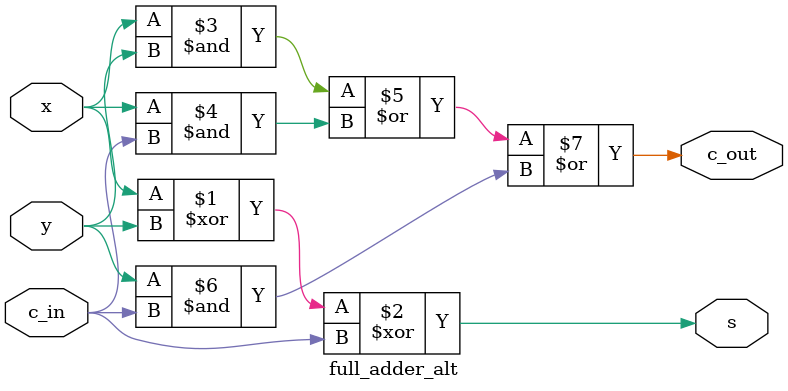
<source format=v>

module full_adder_alt (
   input  x,                 // by default a signal's number of bits is 1
   input  y,
   input  c_in,              // declaration of module ports
   output s,
   output c_out
);

   assign s = x ^ y ^ c_in;  // continuous signal assignment
   assign c_out = (x & y) | (x & c_in) | (y & c_in);

endmodule

</source>
